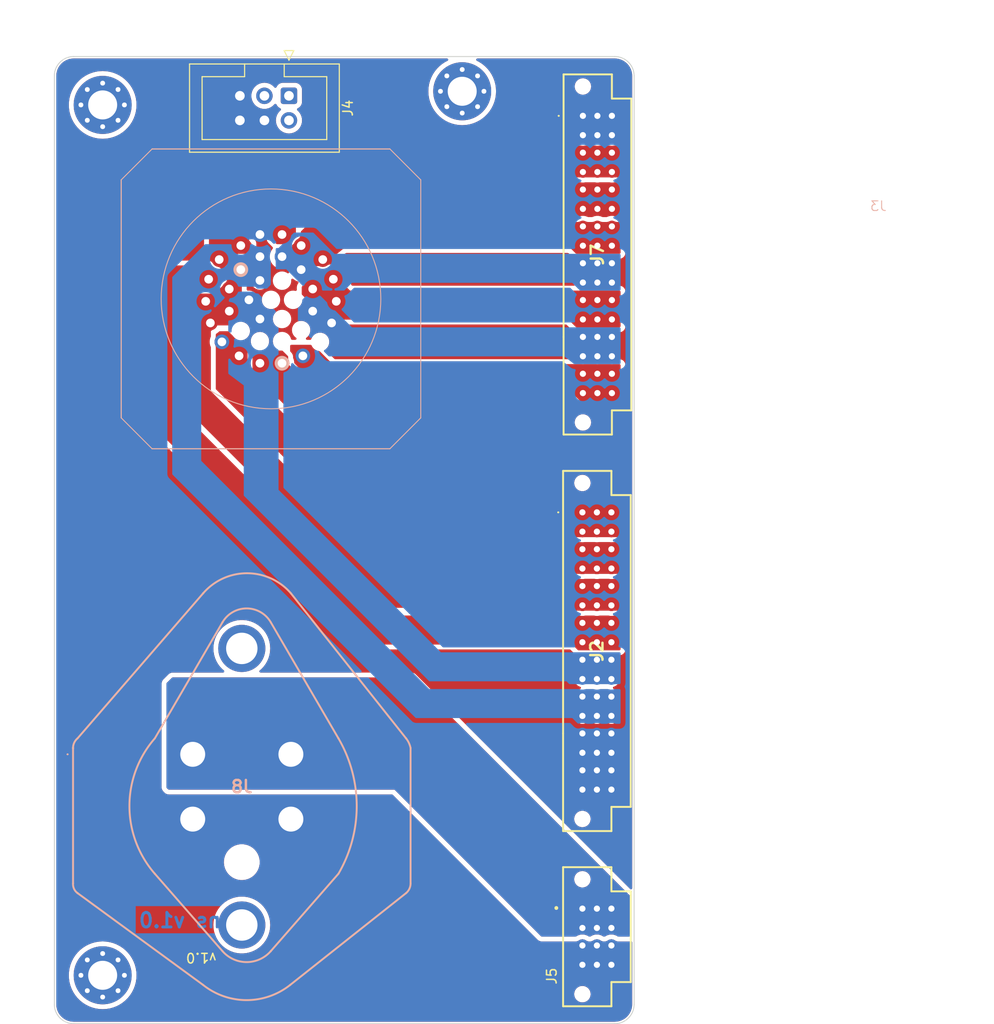
<source format=kicad_pcb>
(kicad_pcb (version 20221018) (generator pcbnew)
  (title_block (rev "${REVISION}") (company "Author:") (comment 1 "Reviewer:"))
  (layers (0 "F.Cu" signal) (1 "In1.Cu" signal) (2 "In2.Cu" signal) (31 "B.Cu" signal) (34 "B.Paste" user) (35 "F.Paste" user) (36 "B.SilkS" user "B.Silkscreen") (37 "F.SilkS" user "F.Silkscreen") (38 "B.Mask" user) (39 "F.Mask" user) (44 "Edge.Cuts" user))
  (property "REVISION" "1.0")
  (net 0 "")
  (net 1 "/AIR PRESSURE 24VDC")
  (net 2 "/BSPD 24VDC")
  (net 3 "/ASMS SOURCE")
  (net 4 "/PC 24VDC 1")
  (net 5 "/BRAKE BALANCE 24VDC")
  (net 6 "/PC 24VDC 3")
  (net 7 "/PC 24VDC 5")
  (net 9 "/INVERTER 1 24VDC")
  (net 10 "/HV LOGIKA 1 24VDC")
  (net 11 "/ASMS IN")
  (net 12 "/CAN_H")
  (net 13 "/CAN_L")
  (net 15 "/+24V")
  (net 16 "/GND")
  (net 17 "/REARBOX 5 24VDC")
  (net 19 "/FAN")
  (net 20 "/PUMP_1")
  (net 21 "/PUMP_2")
  (footprint "UPT-08-07-01-L-V:UPS0807001LV" (layer "F.Cu") (at 153.65 77.13 90)
    (fp_text reference "J2" (at -14.335 1.5 90) (layer "F.SilkS") (effects (font (size 1.27 1.27) (thickness 0.254))))
    (fp_text value "UPS-08-07.0-01-L-V" hide)
    (fp_line (start -32.955 -2) (end -32.955 3) (stroke (width 0.2)) (layer "F.SilkS"))
    (fp_line (start -32.955 3) (end -30.455 3) (stroke (width 0.2)) (layer "F.SilkS"))
    (fp_line (start -30.455 3) (end -30.455 5) (stroke (width 0.2)) (layer "F.SilkS"))
    (fp_line (start -30.455 5) (end 1.785 5) (stroke (width 0.2)) (layer "F.SilkS"))
    (fp_line (start -22.86 -2) (end -32.955 -2) (stroke (width 0.2)) (layer "F.SilkS"))
    (fp_line (start 0 -2.55) (end 0 -2.55) (stroke (width 0.1)) (layer "F.SilkS"))
    (fp_line (start 0 -2.45) (end 0 -2.45) (stroke (width 0.1)) (layer "F.SilkS"))
    (fp_line (start 1.785 3) (end 4.285 3) (stroke (width 0.2)) (layer "F.SilkS"))
    (fp_line (start 1.785 5) (end 1.785 3) (stroke (width 0.2)) (layer "F.SilkS"))
    (fp_line (start 4.285 -2) (end -22.86 -2) (stroke (width 0.2)) (layer "F.SilkS"))
    (fp_line (start 4.285 3) (end 4.285 -2) (stroke (width 0.2)) (layer "F.SilkS"))
    (fp_arc (start 0 -2.55) (mid 0.05 -2.5) (end 0 -2.45) (stroke (width 0.1)) (layer "F.SilkS"))
    (fp_arc (start 0 -2.45) (mid -0.05 -2.5) (end 0 -2.55) (stroke (width 0.1)) (layer "F.SilkS"))
    (pad "" np_thru_hole circle (at -31.705 0 90) (size 1.19 1.19) (drill 1.19) (layers "*.Cu" "*.Mask"))
    (pad "" np_thru_hole circle (at 3.035 0 90) (size 1.19 1.19) (drill 1.19) (layers "*.Cu" "*.Mask"))
    (pad "A1" thru_hole rect (at 0 0 90) (size 1.173 1.173) (drill 0.64) (layers "*.Cu" "*.Mask") (remove_unused_layers) (zone_layer_connections "F.Cu") (net 3 "/ASMS SOURCE"))
    (pad "A2" thru_hole circle (at 0 1.5 90) (size 1.173 1.173) (drill 0.64) (layers "*.Cu" "*.Mask") (remove_unused_layers) (zone_layer_connections "F.Cu") (net 3 "/ASMS SOURCE"))
    (pad "A3" thru_hole circle (at 0 3 90) (size 1.173 1.173) (drill 0.64) (layers "*.Cu" "*.Mask") (remove_unused_layers) (zone_layer_connections "F.Cu") (net 3 "/ASMS SOURCE"))
    (pad "A4" thru_hole circle (at -2 0 90) (size 1.173 1.173) (drill 0.64) (layers "*.Cu" "*.Mask") (remove_unused_layers) (zone_layer_connections "F.Cu") (net 3 "/ASMS SOURCE"))
    (pad "A5" thru_hole circle (at -2 1.5 90) (size 1.173 1.173) (drill 0.64) (layers "*.Cu" "*.Mask") (remove_unused_layers) (zone_layer_connections "F.Cu") (net 3 "/ASMS SOURCE"))
    (pad "A6" thru_hole circle (at -2 3 90) (size 1.173 1.173) (drill 0.64) (layers "*.Cu" "*.Mask") (remove_unused_layers) (zone_layer_connections "F.Cu") (net 3 "/ASMS SOURCE"))
    (pad "B1" thru_hole circle (at -3.81 0 90) (size 1.173 1.173) (drill 0.64) (layers "*.Cu" "*.Mask") (remove_unused_layers) (zone_layer_connections "F.Cu") (net 21 "/PUMP_2"))
    (pad "B2" thru_hole circle (at -3.81 1.5 90) (size 1.173 1.173) (drill 0.64) (layers "*.Cu" "*.Mask") (remove_unused_layers) (zone_layer_connections "F.Cu") (net 21 "/PUMP_2"))
    (pad "B3" thru_hole circle (at -3.81 3 90) (size 1.173 1.173) (drill 0.64) (layers "*.Cu" "*.Mask") (remove_unused_layers) (zone_layer_connections "F.Cu") (net 21 "/PUMP_2"))
    (pad "B4" thru_hole circle (at -5.81 0 90) (size 1.173 1.173) (drill 0.64) (layers "*.Cu" "*.Mask") (remove_unused_layers) (zone_layer_connections "F.Cu") (net 21 "/PUMP_2"))
    (pad "B5" thru_hole circle (at -5.81 1.5 90) (size 1.173 1.173) (drill 0.64) (layers "*.Cu" "*.Mask") (remove_unused_layers) (zone_layer_connections "F.Cu") (net 21 "/PUMP_2"))
    (pad "B6" thru_hole circle (at -5.81 3 90) (size 1.173 1.173) (drill 0.64) (layers "*.Cu" "*.Mask") (remove_unused_layers) (zone_layer_connections "F.Cu") (net 21 "/PUMP_2"))
    (pad "C1" thru_hole circle (at -7.62 0 90) (size 1.173 1.173) (drill 0.64) (layers "*.Cu" "*.Mask") (remove_unused_layers) (zone_layer_connections "F.Cu") (net 1 "/AIR PRESSURE 24VDC"))
    (pad "C2" thru_hole circle (at -7.62 1.5 90) (size 1.173 1.173) (drill 0.64) (layers "*.Cu" "*.Mask") (remove_unused_layers) (zone_layer_connections "F.Cu") (net 1 "/AIR PRESSURE 24VDC"))
    (pad "C3" thru_hole circle (at -7.62 3 90) (size 1.173 1.173) (drill 0.64) (layers "*.Cu" "*.Mask") (remove_unused_layers) (zone_layer_connections "F.Cu") (net 1 "/AIR PRESSURE 24VDC"))
    (pad "C4" thru_hole circle (at -9.62 0 90) (size 1.173 1.173) (drill 0.64) (layers "*.Cu" "*.Mask") (remove_unused_layers) (zone_layer_connections "F.Cu") (net 1 "/AIR PRESSURE 24VDC"))
    (pad "C5" thru_hole circle (at -9.62 1.5 90) (size 1.173 1.173) (drill 0.64) (layers "*.Cu" "*.Mask") (remove_unused_layers) (zone_layer_connections "F.Cu") (net 1 "/AIR PRESSURE 24VDC"))
    (pad "C6" thru_hole circle (at -9.62 3 90) (size 1.173 1.173) (drill 0.64) (layers "*.Cu" "*.Mask") (remove_unused_layers) (zone_layer_connections "F.Cu") (net 1 "/AIR PRESSURE 24VDC"))
    (pad "D1" thru_hole circle (at -11.43 0 90) (size 1.173 1.173) (drill 0.64) (layers "*.Cu" "*.Mask") (remove_unused_layers) (zone_layer_connections "F.Cu") (net 17 "/REARBOX 5 24VDC"))
    (pad "D2" thru_hole circle (at -11.43 1.5 90) (size 1.173 1.173) (drill 0.64) (layers "*.Cu" "*.Mask") (remove_unused_layers) (zone_layer_connections "F.Cu") (net 17 "/REARBOX 5 24VDC"))
    (pad "D3" thru_hole circle (at -11.43 3 90) (size 1.173 1.173) (drill 0.64) (layers "*.Cu" "*.Mask") (remove_unused_layers) (zone_layer_connections "F.Cu") (net 17 "/REARBOX 5 24VDC"))
    (pad "D4" thru_hole circle (at -13.43 0 90) (size 1.173 1.173) (drill 0.64) (layers "*.Cu" "*.Mask") (remove_unused_layers) (zone_layer_connections "F.Cu") (net 17 "/REARBOX 5 24VDC"))
    (pad "D5" thru_hole circle (at -13.43 1.5 90) (size 1.173 1.173) (drill 0.64) (layers "*.Cu" "*.Mask") (remove_unused_layers) (zone_layer_connections "F.Cu") (net 17 "/REARBOX 5 24VDC"))
    (pad "D6" thru_hole circle (at -13.43 3 90) (size 1.173 1.173) (drill 0.64) (layers "*.Cu" "*.Mask") (remove_unused_layers) (zone_layer_connections "F.Cu") (net 17 "/REARBOX 5 24VDC"))
    (pad "E1" thru_hole circle (at -15.24 0 90) (size 1.173 1.173) (drill 0.64) (layers "*.Cu" "*.Mask") (remove_unused_layers) (zone_layer_connections "B.Cu") (net 10 "/HV LOGIKA 1 24VDC"))
    (pad "E2" thru_hole circle (at -15.24 1.5 90) (size 1.173 1.173) (drill 0.64) (layers "*.Cu" "*.Mask") (remove_unused_layers) (zone_layer_connections "B.Cu") (net 10 "/HV LOGIKA 1 24VDC"))
    (pad "E3" thru_hole circle (at -15.24 3 90) (size 1.173 1.173) (drill 0.64) (layers "*.Cu" "*.Mask") (remove_unused_layers) (zone_layer_connections "B.Cu") (net 10 "/HV LOGIKA 1 24VDC"))
    (pad "E4" thru_hole circle (at -17.24 0 90) (size 1.173 1.173) (drill 0.64) (layers "*.Cu" "*.Mask") (remove_unused_layers) (zone_layer_connections "B.Cu") (net 10 "/HV LOGIKA 1 24VDC"))
    (pad "E5" thru_hole circle (at -17.24 1.5 90) (size 1.173 1.173) (drill 0.64) (layers "*.Cu" "*.Mask") (remove_unused_layers) (zone_layer_connections "B.Cu") (net 10 "/HV LOGIKA 1 24VDC"))
    (pad "E6" thru_hole circle (at -17.24 3 90) (size 1.173 1.173) (drill 0.64) (layers "*.Cu" "*.Mask") (remove_unused_layers) (zone_layer_connections "B.Cu") (net 10 "/HV LOGIKA 1 24VDC"))
    (pad "F1" thru_hole circle (at -19.05 0 90) (size 1.173 1.173) (drill 0.64) (layers "*.Cu" "*.Mask") (remove_unused_layers) (zone_layer_connections "B.Cu") (net 2 "/BSPD 24VDC"))
    (pad "F2" thru_hole circle (at -19.05 1.5 90) (size 1.173 1.173) (drill 0.64) (layers "*.Cu" "*.Mask") (remove_unused_layers) (zone_layer_connections "B.Cu") (net 2 "/BSPD 24VDC"))
    (pad "F3" thru_hole circle (at -19.05 3 90) (size 1.173 1.173) (drill 0.64) (layers "*.Cu" "*.Mask") (remove_unused_layers) (zone_layer_connections "B.Cu") (net 2 "/BSPD 24VDC"))
    (pad "F4" thru_hole circle (at -21.05 0 90) (size 1.173 1.173) (drill 0.64) (layers "*.Cu" "*.Mask") (remove_unused_layers) (zone_layer_connections "B.Cu") (net 2 "/BSPD 24VDC"))
    (pad "F5" thru_hole circle (at -21.05 1.5 90) (size 1.173 1.173) (drill 0.64) (layers "*.Cu" "*.Mask") (remove_unused_layers) (zone_layer_connections "B.Cu") (net 2 "/BSPD 24VDC"))
    (pad "F6" thru_hole circle (at -21.05 3 90) (size 1.173 1.173) (drill 0.64) (layers "*.Cu" "*.Mask") (remove_unused_layers) (zone_layer_connections "B.Cu") (net 2 "/BSPD 24VDC"))
    (pad "G1" thru_hole circle (at -22.86 0 90) (size 1.173 1.173) (drill 0.64) (layers "*.Cu" "*.Mask") (remove_unused_layers) (zone_layer_connections "F.Cu" "In1.Cu" "In2.Cu" "B.Cu") (net 16 "/GND"))
    (pad "G2" thru_hole circle (at -22.86 1.5 90) (size 1.173 1.173) (drill 0.64) (layers "*.Cu" "*.Mask") (remove_unused_layers) (zone_layer_connections "F.Cu" "In1.Cu" "In2.Cu" "B.Cu") (net 16 "/GND"))
    (pad "G3" thru_hole circle (at -22.86 3 90) (size 1.173 1.173) (drill 0.64) (layers "*.Cu" "*.Mask") (remove_unused_layers) (zone_layer_connections "F.Cu" "In1.Cu" "In2.Cu" "B.Cu") (net 16 "/GND"))
    (pad "G4" thru_hole circle (at -24.86 0 90) (size 1.173 1.173) (drill 0.64) (layers "*.Cu" "*.Mask") (remove_unused_layers) (zone_layer_connections "F.Cu" "In1.Cu" "In2.Cu" "B.Cu") (net 16 "/GND"))
    (pad "G5" thru_hole circle (at -24.86 1.5 90) (size 1.173 1.173) (drill 0.64) (layers "*.Cu" "*.Mask" "Eco1.User") (remove_unused_layers) (zone_layer_connections "F.Cu" "In1.Cu" "In2.Cu" "B.Cu") (net 16 "/GND"))
    (pad "G6" thru_hole circle (at -24.86 3 90) (size 1.173 1.173) (drill 0.64) (layers "*.Cu" "*.Mask") (remove_unused_layers) (zone_layer_connections "F.Cu" "In1.Cu" "In2.Cu" "B.Cu") (net 16 "/GND"))
    (pad "H1" thru_hole circle (at -26.67 0 90) (size 1.173 1.173) (drill 0.64) (layers "*.Cu" "*.Mask") (remove_unused_layers) (zone_layer_connections "F.Cu" "In1.Cu" "In2.Cu" "B.Cu") (net 16 "/GND"))
    (pad "H2" thru_hole circle (at -26.67 1.5 90) (size 1.173 1.173) (drill 0.64) (layers "*.Cu" "*.Mask") (remove_unused_layers) (zone_layer_connections "F.Cu" "In1.Cu" "In2.Cu" "B.Cu") (net 16 "/GND"))
    (pad "H3" thru_hole circle (at -26.67 3 90) (size 1.173 1.173) (drill 0.64) (layers "*.Cu" "*.Mask") (remove_unused_layers) (zone_layer_connections "F.Cu" "In1.Cu" "In2.Cu" "B.Cu") (net 16 "/GND"))
    (pad "H4" thru_hole circle (at -28.67 0 90) (size 1.173 1.173) (drill 0.64) (layers "*.Cu" "*.Mask") (remove_unused_layers) (zone_layer_connections "F.Cu" "In1.Cu" "In2.Cu" "B.Cu") (net 16 "/GND"))
    (pad "H5" thru_hole circle (at -28.67 1.5 90) (size 1.173 1.173) (drill 0.64) (layers "*.Cu" "*.Mask") (remove_unused_layers) (zone_layer_connections "F.Cu" "In1.Cu" "In2.Cu" "B.Cu") (net 16 "/GND"))
    (pad "H6" thru_hole circle (at -28.67 3 90) (size 1.173 1.173) (drill 0.64) (layers "*.Cu" "*.Mask") (remove_unused_layers) (zone_layer_connections "F.Cu" "In1.Cu" "In2.Cu" "B.Cu") (net 16 "/GND"))
  )
  (footprint "UPT-08-07-01-L-V:UPS0807001LV" (layer "F.Cu") (at 153.7 36.13 90)
    (fp_text reference "J7" (at -14.335 1.5 90) (layer "F.SilkS") (effects (font (size 1.27 1.27) (thickness 0.254))))
    (fp_text value "UPS-08-07.0-01-L-V" hide)
    (fp_line (start -32.955 -2) (end -32.955 3) (stroke (width 0.2)) (layer "F.SilkS"))
    (fp_line (start -32.955 3) (end -30.455 3) (stroke (width 0.2)) (layer "F.SilkS"))
    (fp_line (start -30.455 3) (end -30.455 5) (stroke (width 0.2)) (layer "F.SilkS"))
    (fp_line (start -30.455 5) (end 1.785 5) (stroke (width 0.2)) (layer "F.SilkS"))
    (fp_line (start -22.86 -2) (end -32.955 -2) (stroke (width 0.2)) (layer "F.SilkS"))
    (fp_line (start 0 -2.55) (end 0 -2.55) (stroke (width 0.1)) (layer "F.SilkS"))
    (fp_line (start 0 -2.45) (end 0 -2.45) (stroke (width 0.1)) (layer "F.SilkS"))
    (fp_line (start 1.785 3) (end 4.285 3) (stroke (width 0.2)) (layer "F.SilkS"))
    (fp_line (start 1.785 5) (end 1.785 3) (stroke (width 0.2)) (layer "F.SilkS"))
    (fp_line (start 4.285 -2) (end -22.86 -2) (stroke (width 0.2)) (layer "F.SilkS"))
    (fp_line (start 4.285 3) (end 4.285 -2) (stroke (width 0.2)) (layer "F.SilkS"))
    (fp_arc (start 0 -2.55) (mid 0.05 -2.5) (end 0 -2.45) (stroke (width 0.1)) (layer "F.SilkS"))
    (fp_arc (start 0 -2.45) (mid -0.05 -2.5) (end 0 -2.55) (stroke (width 0.1)) (layer "F.SilkS"))
    (pad "" np_thru_hole circle (at -31.705 0 90) (size 1.19 1.19) (drill 1.19) (layers "*.Cu" "*.Mask"))
    (pad "" np_thru_hole circle (at 3.035 0 90) (size 1.19 1.19) (drill 1.19) (layers "*.Cu" "*.Mask"))
    (pad "A1" thru_hole rect (at 0 0 90) (size 1.173 1.173) (drill 0.64) (layers "*.Cu" "*.Mask") (net 16 "/GND"))
    (pad "A2" thru_hole circle (at 0 1.5 90) (size 1.173 1.173) (drill 0.64) (layers "*.Cu" "*.Mask") (net 16 "/GND"))
    (pad "A3" thru_hole circle (at 0 3 90) (size 1.173 1.173) (drill 0.64) (layers "*.Cu" "*.Mask") (net 16 "/GND"))
    (pad "A4" thru_hole circle (at -2 0 90) (size 1.173 1.173) (drill 0.64) (layers "*.Cu" "*.Mask") (net 16 "/GND"))
    (pad "A5" thru_hole circle (at -2 1.5 90) (size 1.173 1.173) (drill 0.64) (layers "*.Cu" "*.Mask") (net 16 "/GND"))
    (pad "A6" thru_hole circle (at -2 3 90) (size 1.173 1.173) (drill 0.64) (layers "*.Cu" "*.Mask") (net 16 "/GND"))
    (pad "B1" thru_hole circle (at -3.81 0 90) (size 1.173 1.173) (drill 0.64) (layers "*.Cu" "*.Mask") (remove_unused_layers) (zone_layer_connections "F.Cu") (net 20 "/PUMP_1"))
    (pad "B2" thru_hole circle (at -3.81 1.5 90) (size 1.173 1.173) (drill 0.64) (layers "*.Cu" "*.Mask") (remove_unused_layers) (zone_layer_connections "F.Cu") (net 20 "/PUMP_1"))
    (pad "B3" thru_hole circle (at -3.81 3 90) (size 1.173 1.173) (drill 0.64) (layers "*.Cu" "*.Mask") (remove_unused_layers) (zone_layer_connections "F.Cu") (net 20 "/PUMP_1"))
    (pad "B4" thru_hole circle (at -5.81 0 90) (size 1.173 1.173) (drill 0.64) (layers "*.Cu" "*.Mask") (remove_unused_layers) (zone_layer_connections "F.Cu") (net 20 "/PUMP_1"))
    (pad "B5" thru_hole circle (at -5.81 1.5 90) (size 1.173 1.173) (drill 0.64) (layers "*.Cu" "*.Mask") (remove_unused_layers) (zone_layer_connections "F.Cu") (net 20 "/PUMP_1"))
    (pad "B6" thru_hole circle (at -5.81 3 90) (size 1.173 1.173) (drill 0.64) (layers "*.Cu" "*.Mask") (remove_unused_layers) (zone_layer_connections "F.Cu") (net 20 "/PUMP_1"))
    (pad "C1" thru_hole circle (at -7.62 0 90) (size 1.173 1.173) (drill 0.64) (layers "*.Cu" "*.Mask") (remove_unused_layers) (zone_layer_connections "F.Cu") (net 7 "/PC 24VDC 5"))
    (pad "C2" thru_hole circle (at -7.62 1.5 90) (size 1.173 1.173) (drill 0.64) (layers "*.Cu" "*.Mask") (remove_unused_layers) (zone_layer_connections "F.Cu") (net 7 "/PC 24VDC 5"))
    (pad "C3" thru_hole circle (at -7.62 3 90) (size 1.173 1.173) (drill 0.64) (layers "*.Cu" "*.Mask") (remove_unused_layers) (zone_layer_connections "F.Cu") (net 7 "/PC 24VDC 5"))
    (pad "C4" thru_hole circle (at -9.62 0 90) (size 1.173 1.173) (drill 0.64) (layers "*.Cu" "*.Mask") (remove_unused_layers) (zone_layer_connections "F.Cu") (net 7 "/PC 24VDC 5"))
    (pad "C5" thru_hole circle (at -9.62 1.5 90) (size 1.173 1.173) (drill 0.64) (layers "*.Cu" "*.Mask") (remove_unused_layers) (zone_layer_connections "F.Cu") (net 7 "/PC 24VDC 5"))
    (pad "C6" thru_hole circle (at -9.62 3 90) (size 1.173 1.173) (drill 0.64) (layers "*.Cu" "*.Mask") (remove_unused_layers) (zone_layer_connections "F.Cu") (net 7 "/PC 24VDC 5"))
    (pad "D1" thru_hole circle (at -11.43 0 90) (size 1.173 1.173) (drill 0.64) (layers "*.Cu" "*.Mask") (remove_unused_layers) (zone_layer_connections "F.Cu") (net 6 "/PC 24VDC 3"))
    (pad "D2" thru_hole circle (at -11.43 1.5 90) (size 1.173 1.173) (drill 0.64) (layers "*.Cu" "*.Mask") (remove_unused_layers) (zone_layer_connections "F.Cu") (net 6 "/PC 24VDC 3"))
    (pad "D3" thru_hole circle (at -11.43 3 90) (size 1.173 1.173) (drill 0.64) (layers "*.Cu" "*.Mask") (remove_unused_layers) (zone_layer_connections "F.Cu") (net 6 "/PC 24VDC 3"))
    (pad "D4" thru_hole circle (at -13.43 0 90) (size 1.173 1.173) (drill 0.64) (layers "*.Cu" "*.Mask") (remove_unused_layers) (zone_layer_connections "F.Cu") (net 6 "/PC 24VDC 3"))
    (pad "D5" thru_hole circle (at -13.43 1.5 90) (size 1.173 1.173) (drill 0.64) (layers "*.Cu" "*.Mask") (remove_unused_layers) (zone_layer_connections "F.Cu") (net 6 "/PC 24VDC 3"))
    (pad "D6" thru_hole circle (at -13.43 3 90) (size 1.173 1.173) (drill 0.64) (layers "*.Cu" "*.Mask") (remove_unused_layers) (zone_layer_connections "F.Cu") (net 6 "/PC 24VDC 3"))
    (pad "E1" thru_hole circle (at -15.24 0 90) (size 1.173 1.173) (drill 0.64) (layers "*.Cu" "*.Mask") (remove_unused_layers) (zone_layer_connections "B.Cu") (net 9 "/INVERTER 1 24VDC"))
    (pad "E2" thru_hole circle (at -15.24 1.5 90) (size 1.173 1.173) (drill 0.64) (layers "*.Cu" "*.Mask") (remove_unused_layers) (zone_layer_connections "B.Cu") (net 9 "/INVERTER 1 24VDC"))
    (pad "E3" thru_hole circle (at -15.24 3 90) (size 1.173 1.173) (drill 0.64) (layers "*.Cu" "*.Mask") (remove_unused_layers) (zone_layer_connections "B.Cu") (net 9 "/INVERTER 1 24VDC"))
    (pad "E4" thru_hole circle (at -17.24 0 90) (size 1.173 1.173) (drill 0.64) (layers "*.Cu" "*.Mask") (remove_unused_layers) (zone_layer_connections "B.Cu") (net 9 "/INVERTER 1 24VDC"))
    (pad "E5" thru_hole circle (at -17.24 1.5 90) (size 1.173 1.173) (drill 0.64) (layers "*.Cu" "*.Mask") (remove_unused_layers) (zone_layer_connections "B.Cu") (net 9 "/INVERTER 1 24VDC"))
    (pad "E6" thru_hole circle (at -17.24 3 90) (size 1.173 1.173) (drill 0.64) (layers "*.Cu" "*.Mask") (remove_unused_layers) (zone_layer_connections "B.Cu") (net 9 "/INVERTER 1 24VDC"))
    (pad "F1" thru_hole circle (at -19.05 0 90) (size 1.173 1.173) (drill 0.64) (layers "*.Cu" "*.Mask") (remove_unused_layers) (zone_layer_connections "F.Cu") (net 5 "/BRAKE BALANCE 24VDC"))
    (pad "F2" thru_hole circle (at -19.05 1.5 90) (size 1.173 1.173) (drill 0.64) (layers "*.Cu" "*.Mask") (remove_unused_layers) (zone_layer_connections "F.Cu") (net 5 "/BRAKE BALANCE 24VDC"))
    (pad "F3" thru_hole circle (at -19.05 3 90) (size 1.173 1.173) (drill 0.64) (layers "*.Cu" "*.Mask") (remove_unused_layers) (zone_layer_connections "F.Cu") (net 5 "/BRAKE BALANCE 24VDC"))
    (pad "F4" thru_hole circle (at -21.05 0 90) (size 1.173 1.173) (drill 0.64) (layers "*.Cu" "*.Mask") (remove_unused_layers) (zone_layer_connections "F.Cu") (net 5 "/BRAKE BALANCE 24VDC"))
    (pad "F5" thru_hole circle (at -21.05 1.5 90) (size 1.173 1.173) (drill 0.64) (layers "*.Cu" "*.Mask") (remove_unused_layers) (zone_layer_connections "F.Cu") (net 5 "/BRAKE BALANCE 24VDC"))
    (pad "F6" thru_hole circle (at -21.05 3 90) (size 1.173 1.173) (drill 0.64) (layers "*.Cu" "*.Mask") (remove_unused_layers) (zone_layer_connections "F.Cu") (net 5 "/BRAKE BALANCE 24VDC"))
    (pad "G1" thru_hole circle (at -22.86 0 90) (size 1.173 1.173) (drill 0.64) (layers "*.Cu" "*.Mask") (remove_unused_layers) (zone_layer_connections "B.Cu") (net 4 "/PC 24VDC 1"))
    (pad "G2" thru_hole circle (at -22.86 1.5 90) (size 1.173 1.173) (drill 0.64) (layers "*.Cu" "*.Mask") (remove_unused_layers) (zone_layer_connections "B.Cu") (net 4 "/PC 24VDC 1"))
    (pad "G3" thru_hole circle (at -22.86 3 90) (size 1.173 1.173) (drill 0.64) (layers "*.Cu" "*.Mask") (remove_unused_layers) (zone_layer_connections "B.Cu") (net 4 "/PC 24VDC 1"))
    (pad "G4" thru_hole circle (at -24.86 0 90) (size 1.173 1.173) (drill 0.64) (layers "*.Cu" "*.Mask") (remove_unused_layers) (zone_layer_connections "B.Cu") (net 4 "/PC 24VDC 1"))
    (pad "G5" thru_hole circle (at -24.86 1.5 90) (size 1.173 1.173) (drill 0.64) (layers "*.Cu" "*.Mask") (remove_unused_layers) (zone_layer_connections "B.Cu") (net 4 "/PC 24VDC 1"))
    (pad "G6" thru_hole circle (at -24.86 3 90) (size 1.173 1.173) (drill 0.64) (layers "*.Cu" "*.Mask") (remove_unused_layers) (zone_layer_connections "B.Cu") (net 4 "/PC 24VDC 1"))
    (pad "H1" thru_hole circle (at -26.67 0 90) (size 1.173 1.173) (drill 0.64) (layers "*.Cu" "*.Mask") (remove_unused_layers) (zone_layer_connections "F.Cu") (net 19 "/FAN"))
    (pad "H2" thru_hole circle (at -26.67 1.5 90) (size 1.173 1.173) (drill 0.64) (layers "*.Cu" "*.Mask") (remove_unused_layers) (zone_layer_connections "F.Cu") (net 19 "/FAN"))
    (pad "H3" thru_hole circle (at -26.67 3 90) (size 1.173 1.173) (drill 0.64) (layers "*.Cu" "*.Mask") (remove_unused_layers) (zone_layer_connections "F.Cu") (net 19 "/FAN"))
    (pad "H4" thru_hole circle (at -28.67 0 90) (size 1.173 1.173) (drill 0.64) (layers "*.Cu" "*.Mask") (remove_unused_layers) (zone_layer_connections "F.Cu") (net 19 "/FAN"))
    (pad "H5" thru_hole circle (at -28.67 1.5 90) (size 1.173 1.173) (drill 0.64) (layers "*.Cu" "*.Mask") (remove_unused_layers) (zone_layer_connections "F.Cu") (net 19 "/FAN"))
    (pad "H6" thru_hole circle (at -28.67 3 90) (size 1.173 1.173) (drill 0.64) (layers "*.Cu" "*.Mask") (remove_unused_layers) (zone_layer_connections "F.Cu") (net 19 "/FAN"))
  )
  (footprint "MountingHole:MountingHole_3mm_Pad_Via" (layer "F.Cu") (at 141.20901 33.59099)
    (fp_text reference "xd1" hide)
    (fp_text value "MountingHole_3mm_Pad_Via")
    (pad "1" thru_hole circle (at -2.25 0) (size 0.8 0.8) (drill 0.5) (layers "*.Cu" "*.Mask"))
    (pad "1" thru_hole circle (at -1.59099 -1.59099) (size 0.8 0.8) (drill 0.5) (layers "*.Cu" "*.Mask"))
    (pad "1" thru_hole circle (at -1.59099 1.59099) (size 0.8 0.8) (drill 0.5) (layers "*.Cu" "*.Mask"))
    (pad "1" thru_hole circle (at 0 -2.25) (size 0.8 0.8) (drill 0.5) (layers "*.Cu" "*.Mask"))
    (pad "1" thru_hole circle (at 0 0) (size 6 6) (drill 3) (layers "*.Cu" "*.Mask"))
    (pad "1" thru_hole circle (at 0 2.25) (size 0.8 0.8) (drill 0.5) (layers "*.Cu" "*.Mask"))
    (pad "1" thru_hole circle (at 1.59099 -1.59099) (size 0.8 0.8) (drill 0.5) (layers "*.Cu" "*.Mask"))
    (pad "1" thru_hole circle (at 1.59099 1.59099) (size 0.8 0.8) (drill 0.5) (layers "*.Cu" "*.Mask"))
    (pad "1" thru_hole circle (at 2.25 0) (size 0.8 0.8) (drill 0.5) (layers "*.Cu" "*.Mask"))
  )
  (footprint "MountingHole:MountingHole_3mm_Pad_Via" (layer "F.Cu") (at 104 125)
    (fp_text reference "xd3" hide)
    (fp_text value "MountingHole_3mm_Pad_Via")
    (pad "1" thru_hole circle (at -2.25 0) (size 0.8 0.8) (drill 0.5) (layers "*.Cu" "*.Mask"))
    (pad "1" thru_hole circle (at -1.59099 -1.59099) (size 0.8 0.8) (drill 0.5) (layers "*.Cu" "*.Mask"))
    (pad "1" thru_hole circle (at -1.59099 1.59099) (size 0.8 0.8) (drill 0.5) (layers "*.Cu" "*.Mask"))
    (pad "1" thru_hole circle (at 0 -2.25) (size 0.8 0.8) (drill 0.5) (layers "*.Cu" "*.Mask"))
    (pad "1" thru_hole circle (at 0 0) (size 6 6) (drill 3) (layers "*.Cu" "*.Mask"))
    (pad "1" thru_hole circle (at 0 2.25) (size 0.8 0.8) (drill 0.5) (layers "*.Cu" "*.Mask"))
    (pad "1" thru_hole circle (at 1.59099 -1.59099) (size 0.8 0.8) (drill 0.5) (layers "*.Cu" "*.Mask"))
    (pad "1" thru_hole circle (at 1.59099 1.59099) (size 0.8 0.8) (drill 0.5) (layers "*.Cu" "*.Mask"))
    (pad "1" thru_hole circle (at 2.25 0) (size 0.8 0.8) (drill 0.5) (layers "*.Cu" "*.Mask"))
  )
  (footprint "UPS-02-07.0-01-L-V:SAMTEC_UPS-02-XX.X-X-X-V" (layer "F.Cu") (at 153.65 121.01 90)
    (fp_text reference "J5" (at -4.075 -3.175 90) (layer "F.SilkS"))
    (fp_text value "+24V OUT")
    (fp_line (start -7.19 -2) (end 7.19 -2) (stroke (width 0.2)) (layer "F.SilkS"))
    (fp_line (start -7.19 3) (end -7.19 -2) (stroke (width 0.2)) (layer "F.SilkS"))
    (fp_line (start -4.69 3) (end -7.19 3) (stroke (width 0.2)) (layer "F.SilkS"))
    (fp_line (start -4.69 5) (end -4.69 3) (stroke (width 0.2)) (layer "F.SilkS"))
    (fp_line (start 4.69 3) (end 4.69 5) (stroke (width 0.2)) (layer "F.SilkS"))
    (fp_line (start 4.69 5) (end -4.69 5) (stroke (width 0.2)) (layer "F.SilkS"))
    (fp_line (start 7.19 -2) (end 7.19 3) (stroke (width 0.2)) (layer "F.SilkS"))
    (fp_line (start 7.19 3) (end 4.69 3) (stroke (width 0.2)) (layer "F.SilkS"))
    (fp_circle (center 2.97 -2.7) (end 3.07 -2.7) (stroke (width 0.2)) (fill none) (layer "F.SilkS"))
    (pad "" np_thru_hole circle (at -5.94 0 90) (size 1.19 1.19) (drill 1.19) (layers "*.Cu" "*.Mask"))
    (pad "" np_thru_hole circle (at 5.94 0 90) (size 1.19 1.19) (drill 1.19) (layers "*.Cu" "*.Mask"))
    (pad "1" thru_hole circle (at 0.905 0 90) (size 1.27 1.27) (drill 0.64) (layers "*.Cu" "*.Mask") (remove_unused_layers) (zone_layer_connections "F.Cu" "In1.Cu" "In2.Cu" "B.Cu") (net 15 "/+24V"))
    (pad "1" thru_hole circle (at 0.905 1.5 90) (size 1.27 1.27) (drill 0.64) (layers "*.Cu" "*.Mask") (remove_unused_layers) (zone_layer_connections "F.Cu" "In1.Cu" "In2.Cu" "B.Cu") (net 15 "/+24V"))
    (pad "1" thru_hole circle (at 0.905 3 90) (size 1.27 1.27) (drill 0.64) (layers "*.Cu" "*.Mask") (remove_unused_layers) (zone_layer_connections "F.Cu" "In1.Cu" "In2.Cu" "B.Cu") (net 15 "/+24V"))
    (pad "1" thru_hole circle (at 2.905 0 90) (size 1.27 1.27) (drill 0.64) (layers "*.Cu" "*.Mask") (remove_unused_layers) (zone_layer_connections "F.Cu" "In1.Cu" "In2.Cu" "B.Cu") (net 15 "/+24V"))
    (pad "1" thru_hole circle (at 2.905 1.5 90) (size 1.27 1.27) (drill 0.64) (layers "*.Cu" "*.Mask") (remove_unused_layers) (zone_layer_connections "F.Cu" "In1.Cu" "In2.Cu" "B.Cu") (net 15 "/+24V"))
    (pad "1" thru_hole circle (at 2.905 3 90) (size 1.27 1.27) (drill 0.64) (layers "*.Cu" "*.Mask") (remove_unused_layers) (zone_layer_connections "F.Cu" "In1.Cu" "In2.Cu" "B.Cu") (net 15 "/+24V"))
    (pad "2" thru_hole circle (at -2.905 0 90) (size 1.27 1.27) (drill 0.64) (layers "*.Cu" "*.Mask") (net 16 "/GND"))
    (pad "2" thru_hole circle (at -2.905 1.5 90) (size 1.27 1.27) (drill 0.64) (layers "*.Cu" "*.Mask") (net 16 "/GND"))
    (pad "2" thru_hole circle (at -2.905 3 90) (size 1.27 1.27) (drill 0.64) (layers "*.Cu" "*.Mask") (net 16 "/GND"))
    (pad "2" thru_hole circle (at -0.905 0 90) (size 1.27 1.27) (drill 0.64) (layers "*.Cu" "*.Mask") (net 16 "/GND"))
    (pad "2" thru_hole circle (at -0.905 1.5 90) (size 1.27 1.27) (drill 0.64) (layers "*.Cu" "*.Mask") (net 16 "/GND"))
    (pad "2" thru_hole circle (at -0.905 3 90) (size 1.27 1.27) (drill 0.64) (layers "*.Cu" "*.Mask") (net 16 "/GND"))
  )
  (footprint "MountingHole:MountingHole_3mm_Pad_Via" (layer "F.Cu") (at 104 35)
    (fp_text reference "xd2" hide)
    (fp_text value "MountingHole_3mm_Pad_Via")
    (pad "1" thru_hole circle (at -2.25 0) (size 0.8 0.8) (drill 0.5) (layers "*.Cu" "*.Mask"))
    (pad "1" thru_hole circle (at -1.59099 -1.59099) (size 0.8 0.8) (drill 0.5) (layers "*.Cu" "*.Mask"))
    (pad "1" thru_hole circle (at -1.59099 1.59099) (size 0.8 0.8) (drill 0.5) (layers "*.Cu" "*.Mask"))
    (pad "1" thru_hole circle (at 0 -2.25) (size 0.8 0.8) (drill 0.5) (layers "*.Cu" "*.Mask"))
    (pad "1" thru_hole circle (at 0 0) (size 6 6) (drill 3) (layers "*.Cu" "*.Mask"))
    (pad "1" thru_hole circle (at 0 2.25) (size 0.8 0.8) (drill 0.5) (layers "*.Cu" "*.Mask"))
    (pad "1" thru_hole circle (at 1.59099 -1.59099) (size 0.8 0.8) (drill 0.5) (layers "*.Cu" "*.Mask"))
    (pad "1" thru_hole circle (at 1.59099 1.59099) (size 0.8 0.8) (drill 0.5) (layers "*.Cu" "*.Mask"))
    (pad "1" thru_hole circle (at 2.25 0) (size 0.8 0.8) (drill 0.5) (layers "*.Cu" "*.Mask"))
  )
  (footprint "Connector_IDC:IDC-Header_2x03_P2.54mm_Vertical" (layer "F.Cu") (at 123.28 34.06 -90)
    (fp_text reference "J4" (at 1.27 -6.1 90) (layer "F.SilkS"))
    (fp_text value "Conn_01x06")
    (fp_line (start -4.68 -0.5) (end -4.68 0.5) (stroke (width 0.12)) (layer "F.SilkS"))
    (fp_line (start -4.68 0.5) (end -3.68 0) (stroke (width 0.12)) (layer "F.SilkS"))
    (fp_line (start -3.68 0) (end -4.68 -0.5) (stroke (width 0.12)) (layer "F.SilkS"))
    (fp_line (start -3.29 -5.21) (end 5.83 -5.21) (stroke (width 0.12)) (layer "F.SilkS"))
    (fp_line (start -3.29 0.49) (end -1.98 0.49) (stroke (width 0.12)) (layer "F.SilkS"))
    (fp_line (start -3.29 10.29) (end -3.29 -5.21) (stroke (width 0.12)) (layer "F.SilkS"))
    (fp_line (start -1.98 -3.91) (end 4.52 -3.91) (stroke (width 0.12)) (layer "F.SilkS"))
    (fp_line (start -1.98 0.49) (end -1.98 -3.91) (stroke (width 0.12)) (layer "F.SilkS"))
    (fp_line (start -1.98 4.59) (end -3.29 4.59) (stroke (width 0.12)) (layer "F.SilkS"))
    (fp_line (start -1.98 4.59) (end -1.98 4.59) (stroke (width 0.12)) (layer "F.SilkS"))
    (fp_line (start -1.98 8.99) (end -1.98 4.59) (stroke (width 0.12)) (layer "F.SilkS"))
    (fp_line (start 4.52 -3.91) (end 4.52 8.99) (stroke (width 0.12)) (layer "F.SilkS"))
    (fp_line (start 4.52 8.99) (end -1.98 8.99) (stroke (width 0.12)) (layer "F.SilkS"))
    (fp_line (start 5.83 -5.21) (end 5.83 10.29) (stroke (width 0.12)) (layer "F.SilkS"))
    (fp_line (start 5.83 10.29) (end -3.29 10.29) (stroke (width 0.12)) (layer "F.SilkS"))
    (pad "1" thru_hole roundrect (at 0 0 270) (size 1.7 1.7) (drill 1) (layers "*.Cu" "*.Mask") (roundrect_rratio 0.147059) (net 12 "/CAN_H"))
    (pad "2" thru_hole circle (at 2.54 0 270) (size 1.7 1.7) (drill 1) (layers "*.Cu" "*.Mask") (net 13 "/CAN_L"))
    (pad "3" thru_hole circle (at 0 2.54 270) (size 1.7 1.7) (drill 1) (layers "*.Cu" "*.Mask") (net 11 "/ASMS IN"))
    (pad "4" thru_hole circle (at 2.54 2.54 270) (size 1.7 1.7) (drill 1) (layers "*.Cu" "*.Mask") (net 16 "/GND"))
    (pad "5" thru_hole circle (at 0 5.08 270) (size 1.7 1.7) (drill 1) (layers "*.Cu" "*.Mask") (net 16 "/GND"))
    (pad "6" thru_hole circle (at 2.54 5.08 270) (size 1.7 1.7) (drill 1) (layers "*.Cu" "*.Mask") (net 16 "/GND"))
  )
  (footprint "3RD_party:37 PIN DEUTSCH" (layer "B.Cu") (at 121.42 55.055 180)
    (fp_text reference "J3" (at -62.8616 9.5936 unlocked) (layer "B.SilkS") (effects (font (thickness 0.1)) (justify mirror)))
    (fp_text value "Conn_02x18_Counter_Clockwise")
    (fp_line (start -15.5 -12.305) (end -15.5 12.305) (stroke (width 0.1)) (layer "B.SilkS"))
    (fp_line (start -15.5 12.305) (end -12.305 15.5) (stroke (width 0.1)) (layer "B.SilkS"))
    (fp_line (start -12.305 -15.5) (end -15.5 -12.305) (stroke (width 0.1)) (layer "B.SilkS"))
    (fp_line (start -12.305 -15.5) (end 12.305 -15.5) (stroke (width 0.1)) (layer "B.SilkS"))
    (fp_line (start -12.305 15.5) (end 12.305 15.5) (stroke (width 0.1)) (layer "B.SilkS"))
    (fp_line (start -12.305 15.5) (end 12.305 15.5) (stroke (width 0.1)) (layer "B.SilkS"))
    (fp_line (start 12.305 -15.5) (end -12.305 -15.5) (stroke (width 0.1)) (layer "B.SilkS"))
    (fp_line (start 12.305 15.5) (end 15.5 12.305) (stroke (width 0.1)) (layer "B.SilkS"))
    (fp_line (start 15.5 -12.305) (end 12.305 -15.5) (stroke (width 0.1)) (layer "B.SilkS"))
    (fp_line (start 15.5 -12.305) (end 15.5 12.305) (stroke (width 0.1)) (layer "B.SilkS"))
    (fp_line (start 15.5 12.305) (end 15.5 -12.305) (stroke (width 0.1)) (layer "B.SilkS"))
    (fp_circle (center 0 0) (end 11.365 0) (stroke (width 0.1)) (fill none) (layer "B.SilkS"))
    (pad "1" thru_hole circle (at 1.143 6.6548 180) (size 1.524 1.524) (drill 0.9) (layers "*.Cu" "*.Mask") (net 16 "/GND"))
    (pad "2" thru_hole circle (at 3.1242 5.5118 180) (size 1.524 1.524) (drill 0.9) (layers "*.Cu" "*.Mask") (remove_unused_layers) (zone_layer_connections "F.Cu") (net 20 "/PUMP_1"))
    (pad "3" thru_hole circle (at 5.3594 4.064 180) (size 1.524 1.524) (drill 0.9) (layers "*.Cu" "*.Mask") (remove_unused_layers) (zone_layer_connections "F.Cu") (net 20 "/PUMP_1"))
    (pad "4" thru_hole circle (at 6.4516 2.032 180) (size 1.524 1.524) (drill 0.9) (layers "*.Cu" "*.Mask") (remove_unused_layers) (zone_layer_connections "F.Cu") (net 17 "/REARBOX 5 24VDC"))
    (pad "5" thru_hole circle (at 6.7564 -0.254 180) (size 1.524 1.524) (drill 0.9) (layers "*.Cu" "*.Mask") (remove_unused_layers) (zone_layer_connections "F.Cu") (net 1 "/AIR PRESSURE 24VDC"))
    (pad "6" thru_hole circle (at 6.2738 -2.4892 180) (size 1.524 1.524) (drill 0.9) (layers "*.Cu" "*.Mask") (remove_unused_layers) (zone_layer_connections "F.Cu") (net 1 "/AIR PRESSURE 24VDC"))
    (pad "7" thru_hole circle (at 5.08 -4.445 180) (size 1.524 1.524) (drill 0.9) (layers "*.Cu" "*.Mask") (net 21 "/PUMP_2"))
    (pad "8" thru_hole circle (at 3.302 -5.8928 180) (size 1.524 1.524) (drill 0.9) (layers "*.Cu" "*.Mask") (remove_unused_layers) (zone_layer_connections "F.Cu") (net 21 "/PUMP_2"))
    (pad "9" thru_hole circle (at 1.143 -6.6548 180) (size 1.524 1.524) (drill 0.9) (layers "*.Cu" "*.Mask") (remove_unused_layers) (zone_layer_connections "F.Cu") (net 3 "/ASMS SOURCE"))
    (pad "10" thru_hole circle (at -1.143 -6.6548 180) (size 1.524 1.524) (drill 0.9) (layers "*.Cu" "*.Mask" "B.SilkS") (remove_unused_layers) (zone_layer_connections "F.Cu") (net 3 "/ASMS SOURCE"))
    (pad "11" thru_hole circle (at -3.302 -5.8928 180) (size 1.524 1.524) (drill 0.9) (layers "*.Cu" "*.Mask") (net 19 "/FAN"))
    (pad "12" thru_hole circle (at -5.08 -4.445 180) (size 1.524 1.524) (drill 0.9) (layers "*.Cu" "*.Mask") (remove_unused_layers))
    (pad "13" thru_hole circle (at -6.2738 -2.4892 180) (size 1.524 1.524) (drill 0.9) (layers "*.Cu" "*.Mask") (remove_unused_layers) (zone_layer_connections "B.Cu") (net 4 "/PC 24VDC 1"))
    (pad "14" thru_hole circle (at -6.7564 -0.254 180) (size 1.524 1.524) (drill 0.9) (layers "*.Cu" "*.Mask") (remove_unused_layers) (zone_layer_connections "F.Cu") (net 5 "/BRAKE BALANCE 24VDC"))
    (pad "15" thru_hole circle (at -6.4516 2.032 180) (size 1.524 1.524) (drill 0.9) (layers "*.Cu" "*.Mask") (remove_unused_layers) (zone_layer_connections "F.Cu") (net 5 "/BRAKE BALANCE 24VDC"))
    (pad "16" thru_hole circle (at -5.3594 4.064 180) (size 1.524 1.524) (drill 0.9) (layers "*.Cu" "*.Mask") (remove_unused_layers) (zone_layer_connections "F.Cu") (net 6 "/PC 24VDC 3"))
    (pad "17" thru_hole circle (at -3.1242 5.5118 180) (size 1.524 1.524) (drill 0.9) (layers "*.Cu" "*.Mask") (remove_unused_layers) (zone_layer_connections "F.Cu") (net 6 "/PC 24VDC 3"))
    (pad "18" thru_hole circle (at -1.143 6.6548 180) (size 1.524 1.524) (drill 0.9) (layers "*.Cu" "*.Mask") (remove_unused_layers) (zone_layer_connections "F.Cu") (net 7 "/PC 24VDC 5"))
    (pad "19" thru_hole circle (at 1.143 4.3688 180) (size 1.524 1.524) (drill 0.9) (layers "*.Cu" "*.Mask") (remove_unused_layers) (zone_layer_connections "B.Cu") (net 2 "/BSPD 24VDC"))
    (pad "20" thru_hole circle (at 3.1242 3.0226 180) (size 1.524 1.524) (drill 0.9) (layers "*.Cu" "*.Mask" "B.SilkS") (remove_unused_layers) (zone_layer_connections "B.Cu") (net 2 "/BSPD 24VDC"))
    (pad "21" thru_hole circle (at 4.318 1.016 180) (size 1.524 1.524) (drill 0.9) (layers "*.Cu" "*.Mask") (remove_unused_layers) (zone_layer_connections "F.Cu") (net 1 "/AIR PRESSURE 24VDC"))
    (pad "22" thru_hole circle (at 4.318 -1.27 180) (size 1.524 1.524) (drill 0.9) (layers "*.Cu" "*.Mask") (remove_unused_layers) (zone_layer_connections "F.Cu") (net 1 "/AIR PRESSURE 24VDC"))
    (pad "23" thru_hole circle (at 3.1242 -3.32258 180) (size 1.524 1.524) (drill 0.9) (layers "*.Cu" "*.Mask") (remove_unused_layers))
    (pad "24" thru_hole circle (at 1.143 -4.3688 180) (size 1.524 1.524) (drill 0.9) (layers "*.Cu" "*.Mask") (remove_unused_layers))
    (pad "25" thru_hole circle (at -1.143 -4.3688 180) (size 1.524 1.524) (drill 0.9) (layers "*.Cu" "*.Mask") (remove_unused_layers))
    (pad "26" thru_hole circle (at -3.1242 -3.2258 180) (size 1.524 1.524) (drill 0.9) (layers "*.Cu" "*.Mask") (remove_unused_layers))
    (pad "27" thru_hole circle (at -4.318 -1.27 180) (size 1.524 1.524) (drill 0.9) (layers "*.Cu" "*.Mask") (remove_unused_layers) (zone_layer_connections "B.Cu") (net 4 "/PC 24VDC 1"))
    (pad "28" thru_hole circle (at -4.318 1.016 180) (size 1.524 1.524) (drill 0.9) (layers "*.Cu" "*.Mask") (remove_unused_layers) (zone_layer_connections "F.Cu") (net 5 "/BRAKE BALANCE 24VDC"))
    (pad "29" thru_hole circle (at -3.1242 3.0226 180) (size 1.524 1.524) (drill 0.9) (layers "*.Cu" "*.Mask") (net 9 "/INVERTER 1 24VDC"))
    (pad "30" thru_hole circle (at -1.143 4.3688 180) (size 1.524 1.524) (drill 0.9) (layers "*.Cu" "*.Mask") (net 9 "/INVERTER 1 24VDC"))
    (pad "31" thru_hole circle (at 1.143 1.905 180) (size 1.524 1.524) (drill 0.9) (layers "*.Cu" "*.Mask") (remove_unused_layers) (zone_layer_connections "B.Cu") (net 2 "/BSPD 24VDC"))
    (pad "32" thru_hole circle (at 2.286 -0.1016 180) (size 1.524 1.524) (drill 0.9) (layers "*.Cu" "*.Mask") (remove_unused_layers) (zone_layer_connections "B.Cu") (net 10 "/HV LOGIKA 1 24VDC"))
    (pad "33" thru_hole circle (at 1.143 -2.0828 180) (size 1.524 1.524) (drill 0.9) (layers "*.Cu" "*.Mask") (remove_unused_layers) (zone_layer_connections "B.Cu") (net 10 "/HV LOGIKA 1 24VDC"))
    (pad "34" thru_hole circle (at -1.143 -2.0828 180) (size 1.524 1.524) (drill 0.9) (layers "*.Cu" "*.Mask" "F.Adhes") (remove_unused_layers))
    (pad "35" thru_hole circle (at -2.286 -0.1016 180) (size 1.524 1.524) (drill 0.9) (layers "*.Cu" "*.Mask") (remove_unused_layers) (net 11 "/ASMS IN"))
    (pad "36" thru_hole circle (at -1.143 1.8796 180) (size 1.524 1.524) (drill 0.9) (layers "*.Cu" "*.Mask") (remove_unused_layers) (net 12 "/CAN_H"))
    (pad "37" thru_hole circle (at 0 -0.1016 180) (size 1.524 1.524) (drill 0.9) (layers "*.Cu" "*.Mask") (remove_unused_layers) (net 13 "/CAN_L"))
  )
  (footprint "DTP10-4P:DTP104P" (layer "B.Cu") (at 113.32 102.15 180)
    (fp_text reference "J8" (at -5.079 -3.346) (layer "B.SilkS") (effects (font (size 1.27 1.27) (thickness 0.254)) (justify mirror)))
    (fp_text value "+24V IN" hide)
    (fp_line (start -22.545 -13.35) (end -22.545 -13.35) (stroke (width 0.2)) (layer "B.SilkS"))
    (fp_line (start -22.545 0.65) (end -22.545 -13.35) (stroke (width 0.2)) (layer "B.SilkS"))
    (fp_line (start -22.08 -14.35) (end -10.08 -23.85) (stroke (width 0.2)) (layer "B.SilkS"))
    (fp_line (start -22.08 1.65) (end -22.08 1.65) (stroke (width 0.2)) (layer "B.SilkS"))
    (fp_line (start -15.08 -12.35) (end -8.08 -20.35) (stroke (width 0.2)) (layer "B.SilkS"))
    (fp_line (start -15.08 1.65) (end -15.08 1.65) (stroke (width 0.2)) (layer "B.SilkS"))
    (fp_line (start -10.16 16.65) (end -22.08 1.65) (stroke (width 0.2)) (layer "B.SilkS"))
    (fp_line (start -10.08 -23.85) (end -10.08 -23.85) (stroke (width 0.2)) (layer "B.SilkS"))
    (fp_line (start -8.08 -20.35) (end -8.08 -20.35) (stroke (width 0.2)) (layer "B.SilkS"))
    (fp_line (start -8.08 13.65) (end -15.08 1.65) (stroke (width 0.2)) (layer "B.SilkS"))
    (fp_line (start -3.08 -20.35) (end 3.92 -12.35) (stroke (width 0.2)) (layer "B.SilkS"))
    (fp_line (start -3.08 13.65) (end -3.08 13.65) (stroke (width 0.2)) (layer "B.SilkS"))
    (fp_line (start -1.08 -23.85) (end 11.92 -14.35) (stroke (width 0.2)) (layer "B.SilkS"))
    (fp_line (start -1.08 16.65) (end -1.08 16.65) (stroke (width 0.2)) (layer "B.SilkS"))
    (fp_line (start 3.92 -12.35) (end 3.92 -12.35) (stroke (width 0.2)) (layer "B.SilkS"))
    (fp_line (start 3.92 1.65) (end -3.08 13.65) (stroke (width 0.2)) (layer "B.SilkS"))
    (fp_line (start 11.92 -14.35) (end 11.92 -14.35) (stroke (width 0.2)) (layer "B.SilkS"))
    (fp_line (start 11.92 1.65) (end -1.08 16.65) (stroke (width 0.2)) (layer "B.SilkS"))
    (fp_line (start 12.385 -13.35) (end 12.385 0.65) (stroke (width 0.2)) (layer "B.SilkS"))
    (fp_line (start 12.385 0.65) (end 12.385 0.65) (stroke (width 0.2)) (layer "B.SilkS"))
    (fp_line (start 12.9 0) (end 12.9 0) (stroke (width 0.1)) (layer "B.SilkS"))
    (fp_line (start 13 0) (end 13 0) (stroke (width 0.1)) (layer "B.SilkS"))
    (fp_arc (start -22.545 -13.35) (mid -22.422933 -13.90175) (end -22.079514 -14.350517) (stroke (width 0.2)) (layer "B.SilkS"))
    (fp_arc (start -22.08 1.65) (mid -22.372134 1.17704) (end -22.545326 0.648799) (stroke (width 0.2)) (layer "B.SilkS"))
    (fp_arc (start -15.08 1.65) (mid -16.972444 -5.348439) (end -15.081573 -12.347303) (stroke (width 0.2)) (layer "B.SilkS"))
    (fp_arc (start -10.08 -23.85) (mid -5.582343 -25.41568) (end -1.083675 -23.852908) (stroke (width 0.2)) (layer "B.SilkS"))
    (fp_arc (start -8.08 -20.35) (mid -5.580816 -21.48442) (end -3.081075 -20.351228) (stroke (width 0.2)) (layer "B.SilkS"))
    (fp_arc (start -3.08 13.65) (mid -5.580469 15.085843) (end -8.080473 13.649189) (stroke (width 0.2)) (layer "B.SilkS"))
    (fp_arc (start -1.08 16.65) (mid -5.621382 18.723153) (end -10.16181 16.647911) (stroke (width 0.2)) (layer "B.SilkS"))
    (fp_arc (start 3.92 -12.35) (mid 6.550146 -5.347389) (end 3.91656 1.65393) (stroke (width 0.2)) (layer "B.SilkS"))
    (fp_arc (start 11.92 -14.35) (mid 12.281291 -13.910054) (end 12.38497 -13.350291) (stroke (width 0.2)) (layer "B.SilkS"))
    (fp_arc (start 12.385 0.65) (mid 12.262933 1.20175) (end 11.919514 1.650517) (stroke (width 0.2)) (layer "B.SilkS"))
    (fp_arc (start 12.9 0) (mid 12.95 -0.05) (end 13 0) (stroke (width 0.1)) (layer "B.SilkS"))
    (fp_arc (start 13 0) (mid 12.95 0.05) (end 12.9 0) (stroke (width 0.1)) (layer "B.SilkS"))
    (pad "" np_thru_hole circle (at -5.08 -11.15 180) (size 3.2 3.2) (drill 3.2) (layers "*.Cu" "*.Mask"))
    (pad "1" thru_hole circle (at -10.16 0 180) (size 3.87 3.87) (drill 2.58) (layers "*.Cu" "*.Mask") (net 15 "/+24V"))
    (pad "1" thru_hole rect (at 0 0 180) (size 3.87 3.87) (drill 2.58) (layers "*.Cu" "*.Mask") (net 15 "/+24V"))
    (pad "2" thru_hole circle (at -10.16 -6.7 180) (size 3.87 3.87) (drill 2.58) (layers "*.Cu" "*.Mask") (net 16 "/GND"))
    (pad "2" thru_hole circle (at 0 -6.7 180) (size 3.87 3.87) (drill 2.58) (layers "*.Cu" "*.Mask") (net 16 "/GND"))
    (pad "MH1" thru_hole circle (at -5.08 10.95 180) (size 4.875 4.875) (drill 3.25) (layers "*.Cu" "*.Mask"))
    (pad "MH2" thru_hole circle (at -5.08 -17.65 180) (size 4.875 4.875) (drill 3.25) (layers "*.Cu" "*.Mask"))
  )
  (gr_line (start 101 30) (end 157 30) (stroke (width 0.1)) (layer "Edge.Cuts"))
  (gr_line (start 99 128) (end 99 32) (stroke (width 0.1)) (layer "Edge.Cuts"))
  (gr_line (start 159 32) (end 159 128) (stroke (width 0.1)) (layer "Edge.Cuts"))
  (gr_arc (start 101 130) (mid 99.585786 129.414214) (end 99 128) (stroke (width 0.1)) (layer "Edge.Cuts"))
  (gr_arc (start 159 128) (mid 158.414214 129.414214) (end 157 130) (stroke (width 0.1)) (layer "Edge.Cuts"))
  (gr_arc (start 99 32) (mid 99.585786 30.585786) (end 101 30) (stroke (width 0.1)) (layer "Edge.Cuts"))
  (gr_line (start 157 130) (end 101 130) (stroke (width 0.1)) (layer "Edge.Cuts"))
  (gr_arc (start 157 30) (mid 158.414214 30.585786) (end 159 32) (stroke (width 0.1)) (layer "Edge.Cuts"))
  (gr_text "beans v1.0\n" (at 114 120.2) (layer "B.Cu") (effects (font (size 1.5 1.5) (thickness 0.3) bold) (justify bottom mirror)))
  (gr_text "v${REVISION}" (at 114.2 122.6 180) (layer "F.SilkS") (effects (font (size 1 1)) (justify bottom)))
  (zone (net 21) (net_name "/PUMP_2") (layer "F.Cu") (priority 8) (connect_pads yes (clearance 0.5)) (min_thickness 0.25) (fill yes (thermal_gap 0.5) (thermal_bridge_width 0.5))
    (polygon (pts (xy 157.6 80.2) (xy 136 80.2) (xy 119 63.2) (xy 119 60.4) (xy 117 58.4) (xy 115.6 58.4) (xy 115.4 58.6) (xy 115.4 64.2) (xy 134.4 83.2) (xy 152.4 83.2) (xy 153 83.8) (xy 157.6 83.8)))
  )
  (zone (net 7) (net_name "/PC 24VDC 5") (layer "F.Cu") (priority 5) (connect_pads yes (clearance 0.5)) (min_thickness 0.25) (fill yes (thermal_gap 0.5) (thermal_bridge_width 0.5))
    (polygon (pts (xy 122.6 43) (xy 121.2 44.4) (xy 121.2 48.6) (xy 122 49.4) (xy 123 49.4) (xy 124 48.4) (xy 124 47.3) (xy 125.2 46.2) (xy 152.6 46.2) (xy 153 46.6) (xy 157.6 46.6) (xy 157.6 43)))
  )
  (zone (net 19) (net_name "/FAN") (layer "F.Cu") (priority 6) (connect_pads yes (clearance 0.5)) (min_thickness 0.25) (fill yes (thermal_gap 0.5) (thermal_bridge_width 0.5))
    (polygon (pts (xy 157.6 61.8) (xy 127.8 61.8) (xy 125.8 59.8) (xy 123.4 59.8) (xy 123.4 61.6) (xy 126.6 64.8) (xy 152.6 64.8) (xy 153.6 65.8) (xy 157.6 65.8)))
  )
  (zone (net 3) (net_name "/ASMS SOURCE") (layer "F.Cu") (priority 7) (connect_pads yes (clearance 0.5)) (min_thickness 0.25) (fill yes (thermal_gap 0.5) (thermal_bridge_width 0.5))
    (polygon (pts (xy 157.6 76.2) (xy 137.6 76.2) (xy 123.2 61.8) (xy 123.2 61) (xy 122.6 60.4) (xy 119.6 60.4) (xy 119.2 60.8) (xy 119.2 62.6) (xy 120.4 63.8) (xy 120.6 63.8) (xy 136 79.2) (xy 152.2 79.2) (xy 153 80) (xy 157.6 80)))
  )
  (zone (net 17) (net_name "/REARBOX 5 24VDC") (layer "F.Cu") (priority 10) (connect_pads yes (clearance 0.5)) (min_thickness 0.25) (fill yes (thermal_gap 0.5) (thermal_bridge_width 0.5))
    (polygon (pts (xy 157.6 87.8) (xy 133.2 87.8) (xy 111.8 66.4) (xy 111.8 55.6) (xy 113.4 54) (xy 115.4 54) (xy 116.4 53) (xy 116.4 52.8) (xy 115.2 51.6) (xy 111.4 51.6) (xy 108.8 54.2) (xy 108.8 67.8) (xy 131.8 90.8) (xy 152.6 90.8) (xy 153.2 91.4) (xy 157.6 91.4)))
  )
  (zone (net 6) (net_name "/PC 24VDC 3") (layer "F.Cu") (priority 1) (connect_pads yes (clearance 0.5)) (min_thickness 0.25) (fill yes (thermal_gap 0.5) (thermal_bridge_width 0.5))
    (polygon (pts (xy 157.6 46.8) (xy 125.8 46.8) (xy 123.6 49) (xy 123.6 50.2) (xy 124.2 50.8) (xy 125.2 50.8) (xy 126.2 51.8) (xy 127.6 51.8) (xy 128 51.4) (xy 128 50.6) (xy 129 49.8) (xy 130.4 49.8) (xy 152.4 49.8) (xy 153 50.4) (xy 157.6 50.4)))
  )
  (zone (net 20) (net_name "/PUMP_1") (layer "F.Cu") (connect_pads yes (clearance 0.5)) (min_thickness 0.25) (fill yes (thermal_gap 0.5) (thermal_bridge_width 0.5))
    (polygon (pts (xy 157.6 39.2) (xy 116.8 39.2) (xy 115 41) (xy 115 51.4) (xy 115.8 52.2) (xy 116.2 52.2) (xy 118 50.4) (xy 118.8 50.4) (xy 119.4 49.8) (xy 119.4 49) (xy 118.2 47.8) (xy 118.2 45.1) (xy 120.8 42.4) (xy 152.8 42.4) (xy 153.2 42.8) (xy 157.6 42.8)))
  )
  (zone (net 1) (net_name "/AIR PRESSURE 24VDC") (layer "F.Cu") (priority 9) (connect_pads yes (clearance 0.5)) (min_thickness 0.25) (fill yes (thermal_gap 0.5) (thermal_bridge_width 0.5))
    (polygon (pts (xy 157.6 84) (xy 134.6 84) (xy 115.2 64.6) (xy 115.2 58.4) (xy 115.8 57.8) (xy 117.2 57.8) (xy 118.4 56.6) (xy 118.4 52.8) (xy 116.8 52.8) (xy 115.4 54.2) (xy 113.8 54.2) (xy 112.2 55.8) (xy 112.2 66) (xy 133.2 87) (xy 152.6 87) (xy 153.2 87.6) (xy 157.6 87.6)))
  )
  (zone (net 5) (net_name "/BRAKE BALANCE 24VDC") (layer "F.Cu") (priority 3) (connect_pads yes (clearance 0.5)) (min_thickness 0.25) (fill yes (thermal_gap 0.5) (thermal_bridge_width 0.5))
    (polygon (pts (xy 157.6 54.2) (xy 129.6 54.2) (xy 129.2 53.8) (xy 129.2 52.2) (xy 129 52) (xy 126.4 52) (xy 124.6 53.8) (xy 124.6 54.6) (xy 127.2 57.2) (xy 152.2 57.2) (xy 153 58) (xy 157.6 58)))
  )
  (zone (net 15) (net_name "/+24V") (layers "F.Cu" "In1.Cu" "In2.Cu" "B.Cu") (priority 6) (connect_pads yes (clearance 0.5)) (min_thickness 0.25) (fill yes (thermal_gap 0.5) (thermal_bridge_width 0.5))
    (polygon (pts (xy 149.4 121) (xy 158.6 121) (xy 158.6 116.8) (xy 136 94.2) (xy 111.2 94.2) (xy 110.6 94.8) (xy 110.6 105.6) (xy 110.8 105.8) (xy 134.2 105.8)))
  )
  (zone (net 16) (net_name "/GND") (layers "F.Cu" "In1.Cu" "In2.Cu" "B.Cu") (connect_pads yes (clearance 0.5)) (min_thickness 0.25) (fill yes (thermal_gap 0.5) (thermal_bridge_width 0.5))
    (polygon (pts (xy 99 30) (xy 159 30) (xy 159 130) (xy 99 130)))
  )
  (zone (net 9) (net_name "/INVERTER 1 24VDC") (layer "B.Cu") (priority 2) (connect_pads yes (clearance 0.5)) (min_thickness 0.25) (fill yes (thermal_gap 0.5) (thermal_bridge_width 0.5))
    (polygon (pts (xy 157.6 50.4) (xy 128 50.4) (xy 125.8 48.2) (xy 123.8 48.2) (xy 122.2 49.8) (xy 121.6 49.8) (xy 121.6 51.8) (xy 121.8 52) (xy 123 52) (xy 125.2 54.2) (xy 129 54.2) (xy 129.8 53.4) (xy 152.6 53.4) (xy 153.4 54.2) (xy 157.6 54.2)))
  )
  (zone (net 2) (net_name "/BSPD 24VDC") (layer "B.Cu") (priority 12) (connect_pads yes (clearance 0.5)) (min_thickness 0.25) (fill yes (thermal_gap 0.5) (thermal_bridge_width 0.5))
    (polygon (pts (xy 157.6 95.4) (xy 137.8 95.4) (xy 114.2 71.8) (xy 114.2 57.4) (xy 117.8 53.8) (xy 119.8 53.8) (xy 120 54) (xy 121 54) (xy 121.4 53.6) (xy 121.4 49.8) (xy 121 49.4) (xy 114.6 49.4) (xy 111.2 52.8) (xy 111.2 73.2) (xy 136.4 98.4) (xy 152.6 98.4) (xy 153.2 99) (xy 157.6 99)))
  )
  (zone (net 4) (net_name "/PC 24VDC 1") (layer "B.Cu") (priority 4) (connect_pads yes (clearance 0.5)) (min_thickness 0.25) (fill yes (thermal_gap 0.5) (thermal_bridge_width 0.5))
    (polygon (pts (xy 157.6 58) (xy 129.8 58) (xy 126.4 54.6) (xy 125.2 54.6) (xy 124.2 55.6) (xy 124.2 57.8) (xy 127.4 61) (xy 151.771429 61) (xy 152.8 61.8) (xy 157.6 61.8)))
  )
  (zone (net 10) (net_name "/HV LOGIKA 1 24VDC") (layer "B.Cu") (priority 11) (connect_pads yes (clearance 0.5)) (min_thickness 0.25) (fill yes (thermal_gap 0.5) (thermal_bridge_width 0.5))
    (polygon (pts (xy 122.2 56.6) (xy 122.2 74.8) (xy 139 91.6) (xy 157.6 91.6) (xy 157.6 95.2) (xy 152.6 95.2) (xy 152 94.6) (xy 137.8 94.6) (xy 118.6 75.4) (xy 118.6 67.5) (xy 118.6 64) (xy 117 62.8) (xy 117 54.6) (xy 118.6 54) (xy 119.6 54)))
  )
)
</source>
